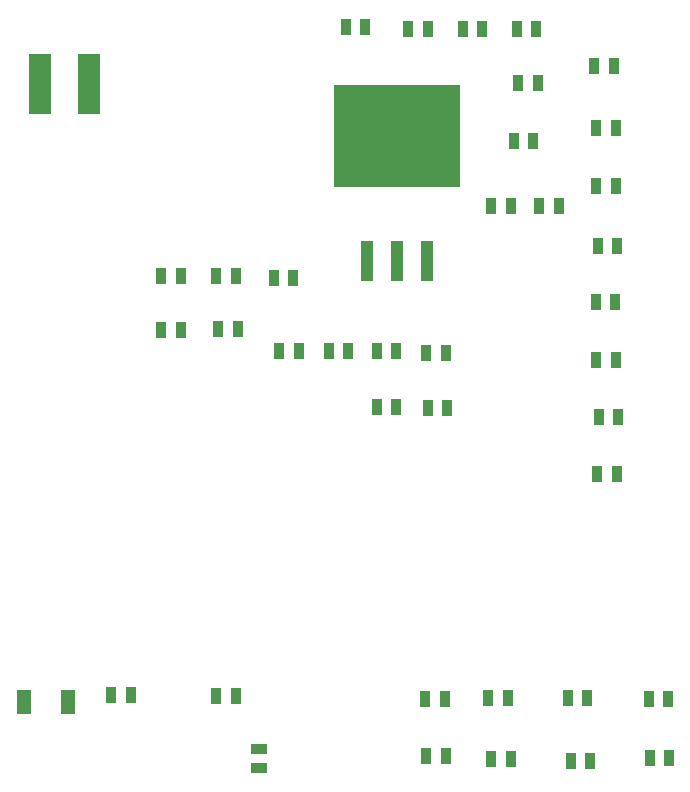
<source format=gtp>
G04*
G04 #@! TF.GenerationSoftware,Altium Limited,Altium Designer,22.2.1 (43)*
G04*
G04 Layer_Color=8421504*
%FSLAX25Y25*%
%MOIN*%
G70*
G04*
G04 #@! TF.SameCoordinates,9B2A0443-DB6B-4A28-8C2A-7826D6EB9F8E*
G04*
G04*
G04 #@! TF.FilePolarity,Positive*
G04*
G01*
G75*
%ADD14R,0.03347X0.05315*%
%ADD15R,0.42126X0.33858*%
%ADD16R,0.03937X0.13386*%
%ADD17R,0.05315X0.03347*%
%ADD18R,0.04921X0.07874*%
%ADD19R,0.07480X0.20079*%
D14*
X612248Y387000D02*
D03*
X605752D02*
D03*
X630500Y176000D02*
D03*
X624004D02*
D03*
X604500Y155500D02*
D03*
X598004D02*
D03*
X486248Y177000D02*
D03*
X479752D02*
D03*
X630748Y156500D02*
D03*
X624252D02*
D03*
X603500Y176500D02*
D03*
X597004D02*
D03*
X571500Y156000D02*
D03*
X577996D02*
D03*
X556000Y176000D02*
D03*
X549504D02*
D03*
X606500Y289000D02*
D03*
X612996D02*
D03*
X523004Y400000D02*
D03*
X529500D02*
D03*
X543752Y399500D02*
D03*
X550248D02*
D03*
X570500Y176500D02*
D03*
X576996D02*
D03*
X549752Y157000D02*
D03*
X556248D02*
D03*
X549752Y291500D02*
D03*
X556248D02*
D03*
X550252Y273000D02*
D03*
X556748D02*
D03*
X467996Y299000D02*
D03*
X461500D02*
D03*
X613748Y270000D02*
D03*
X607252D02*
D03*
X587500Y340500D02*
D03*
X593996D02*
D03*
X606504Y347000D02*
D03*
X613000D02*
D03*
X579004Y362000D02*
D03*
X585500D02*
D03*
X577996Y340500D02*
D03*
X571500D02*
D03*
X499000Y316500D02*
D03*
X505496D02*
D03*
X586996Y381500D02*
D03*
X580500D02*
D03*
X523748Y292000D02*
D03*
X517252D02*
D03*
X480500Y299500D02*
D03*
X486996D02*
D03*
X486248Y317000D02*
D03*
X479752D02*
D03*
X468000D02*
D03*
X461504D02*
D03*
X613496Y327000D02*
D03*
X607000D02*
D03*
X507248Y292000D02*
D03*
X500752D02*
D03*
X444752Y177500D02*
D03*
X451248D02*
D03*
X612748Y308500D02*
D03*
X606252D02*
D03*
X562000Y399500D02*
D03*
X568496D02*
D03*
X606752Y251000D02*
D03*
X613248D02*
D03*
X580004Y399500D02*
D03*
X586500D02*
D03*
X533252Y273500D02*
D03*
X539748D02*
D03*
X533252Y292000D02*
D03*
X539748D02*
D03*
X613000Y366500D02*
D03*
X606504D02*
D03*
D15*
X540000Y363677D02*
D03*
D16*
X550000Y321945D02*
D03*
X540000D02*
D03*
X530000D02*
D03*
D17*
X494000Y159496D02*
D03*
Y153000D02*
D03*
D18*
X415618Y175000D02*
D03*
X430382D02*
D03*
D19*
X420964Y381000D02*
D03*
X437500D02*
D03*
M02*

</source>
